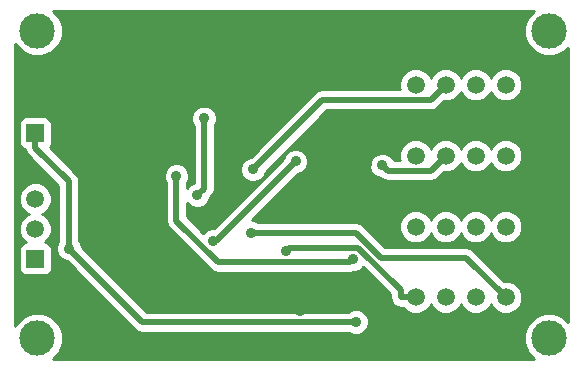
<source format=gbl>
%FSLAX46Y46*%
G04 Gerber Fmt 4.6, Leading zero omitted, Abs format (unit mm)*
G04 Created by KiCad (PCBNEW (2014-09-22 BZR 5144)-product) date 10/3/2014 22:36:59*
%MOMM*%
G01*
G04 APERTURE LIST*
%ADD10C,0.100000*%
%ADD11R,1.520000X1.520000*%
%ADD12O,1.520000X1.520000*%
%ADD13C,1.520000*%
%ADD14C,3.000000*%
%ADD15C,0.889000*%
%ADD16C,0.508000*%
%ADD17C,0.254000*%
G04 APERTURE END LIST*
D10*
D11*
X162000000Y-100070000D03*
D12*
X162000000Y-97530000D03*
D11*
X162000000Y-110740000D03*
D13*
X162000000Y-108200000D03*
X162000000Y-105660000D03*
X194190000Y-96000000D03*
X196730000Y-96000000D03*
X199270000Y-96000000D03*
X201810000Y-96000000D03*
X194190000Y-102000000D03*
X196730000Y-102000000D03*
X199270000Y-102000000D03*
X201810000Y-102000000D03*
X194190000Y-108000000D03*
X196730000Y-108000000D03*
X199270000Y-108000000D03*
X201810000Y-108000000D03*
X194190000Y-114000000D03*
X196730000Y-114000000D03*
X199270000Y-114000000D03*
X201810000Y-114000000D03*
D14*
X205486000Y-91440000D03*
X162179000Y-91440000D03*
X162179000Y-117475000D03*
X205486000Y-117475000D03*
D15*
X184382700Y-115147300D03*
X172871300Y-110406600D03*
X164831800Y-109867900D03*
X189148500Y-116071200D03*
X177065400Y-109206200D03*
X184027100Y-102491200D03*
X175725600Y-105345900D03*
X176284400Y-98831700D03*
X173948900Y-103739000D03*
X188927400Y-110727400D03*
X180408700Y-103169700D03*
X191370400Y-102815700D03*
X183192000Y-110034000D03*
X180259700Y-108523600D03*
D16*
X172871300Y-110406600D02*
X177612000Y-115147300D01*
X177612000Y-115147300D02*
X184382700Y-115147300D01*
X172871300Y-108401300D02*
X172871300Y-110406600D01*
X162000000Y-97530000D02*
X172871300Y-108401300D01*
X162000000Y-100070000D02*
X162000000Y-101340300D01*
X162000000Y-101340300D02*
X164831800Y-104172100D01*
X164831800Y-104172100D02*
X164831800Y-109867900D01*
X164831800Y-109867900D02*
X171064000Y-116100100D01*
X171064000Y-116100100D02*
X189119600Y-116100100D01*
X189119600Y-116100100D02*
X189148500Y-116071200D01*
X184027100Y-102491200D02*
X177312100Y-109206200D01*
X177312100Y-109206200D02*
X177065400Y-109206200D01*
X176284400Y-98831700D02*
X176284400Y-104787100D01*
X176284400Y-104787100D02*
X175725600Y-105345900D01*
X188927400Y-110727400D02*
X188650200Y-111004600D01*
X188650200Y-111004600D02*
X177441100Y-111004600D01*
X177441100Y-111004600D02*
X173948900Y-107512400D01*
X173948900Y-107512400D02*
X173948900Y-103739000D01*
X180408700Y-103169700D02*
X186308000Y-97270400D01*
X186308000Y-97270400D02*
X195459600Y-97270400D01*
X195459600Y-97270400D02*
X196730000Y-96000000D01*
X191370400Y-102815700D02*
X191825100Y-103270400D01*
X191825100Y-103270400D02*
X195459600Y-103270400D01*
X195459600Y-103270400D02*
X196730000Y-102000000D01*
X192919700Y-114000000D02*
X192919700Y-113372200D01*
X192919700Y-113372200D02*
X189322100Y-109774600D01*
X189322100Y-109774600D02*
X183451400Y-109774600D01*
X183451400Y-109774600D02*
X183192000Y-110034000D01*
X194190000Y-114000000D02*
X192919700Y-114000000D01*
X189149100Y-108523600D02*
X180259700Y-108523600D01*
X191270100Y-110644600D02*
X189149100Y-108523600D01*
X198454600Y-110644600D02*
X191270100Y-110644600D01*
X201810000Y-114000000D02*
X198454600Y-110644600D01*
D17*
G36*
X207090000Y-116059818D02*
X206696959Y-115666091D01*
X205912541Y-115340372D01*
X205063185Y-115339630D01*
X204278200Y-115663980D01*
X203677091Y-116264041D01*
X203351372Y-117048459D01*
X203350630Y-117897815D01*
X203674980Y-118682800D01*
X204181295Y-119190000D01*
X203205242Y-119190000D01*
X203205242Y-113723735D01*
X203205242Y-107723735D01*
X203205242Y-101723735D01*
X203205242Y-95723735D01*
X202993313Y-95210828D01*
X202601236Y-94818066D01*
X202088700Y-94605242D01*
X201533735Y-94604758D01*
X201020828Y-94816687D01*
X200628066Y-95208764D01*
X200540046Y-95420738D01*
X200453313Y-95210828D01*
X200061236Y-94818066D01*
X199548700Y-94605242D01*
X198993735Y-94604758D01*
X198480828Y-94816687D01*
X198088066Y-95208764D01*
X198000046Y-95420738D01*
X197913313Y-95210828D01*
X197521236Y-94818066D01*
X197008700Y-94605242D01*
X196453735Y-94604758D01*
X195940828Y-94816687D01*
X195548066Y-95208764D01*
X195460046Y-95420738D01*
X195373313Y-95210828D01*
X194981236Y-94818066D01*
X194468700Y-94605242D01*
X193913735Y-94604758D01*
X193400828Y-94816687D01*
X193008066Y-95208764D01*
X192795242Y-95721300D01*
X192794758Y-96276265D01*
X192838198Y-96381400D01*
X186308000Y-96381400D01*
X185967794Y-96449071D01*
X185679382Y-96641782D01*
X180231119Y-102090044D01*
X180194916Y-102090013D01*
X179798011Y-102254011D01*
X179494078Y-102557414D01*
X179329387Y-102954032D01*
X179329013Y-103383484D01*
X179493011Y-103780389D01*
X179796414Y-104084322D01*
X180193032Y-104249013D01*
X180622484Y-104249387D01*
X181019389Y-104085389D01*
X181323322Y-103781986D01*
X181488013Y-103385368D01*
X181488045Y-103347590D01*
X186676236Y-98159400D01*
X195459600Y-98159400D01*
X195799805Y-98091729D01*
X195799806Y-98091729D01*
X196088218Y-97899018D01*
X196592354Y-97394881D01*
X197006265Y-97395242D01*
X197519172Y-97183313D01*
X197911934Y-96791236D01*
X197999953Y-96579261D01*
X198086687Y-96789172D01*
X198478764Y-97181934D01*
X198991300Y-97394758D01*
X199546265Y-97395242D01*
X200059172Y-97183313D01*
X200451934Y-96791236D01*
X200539953Y-96579261D01*
X200626687Y-96789172D01*
X201018764Y-97181934D01*
X201531300Y-97394758D01*
X202086265Y-97395242D01*
X202599172Y-97183313D01*
X202991934Y-96791236D01*
X203204758Y-96278700D01*
X203205242Y-95723735D01*
X203205242Y-101723735D01*
X202993313Y-101210828D01*
X202601236Y-100818066D01*
X202088700Y-100605242D01*
X201533735Y-100604758D01*
X201020828Y-100816687D01*
X200628066Y-101208764D01*
X200540046Y-101420738D01*
X200453313Y-101210828D01*
X200061236Y-100818066D01*
X199548700Y-100605242D01*
X198993735Y-100604758D01*
X198480828Y-100816687D01*
X198088066Y-101208764D01*
X198000046Y-101420738D01*
X197913313Y-101210828D01*
X197521236Y-100818066D01*
X197008700Y-100605242D01*
X196453735Y-100604758D01*
X195940828Y-100816687D01*
X195548066Y-101208764D01*
X195460046Y-101420738D01*
X195373313Y-101210828D01*
X194981236Y-100818066D01*
X194468700Y-100605242D01*
X193913735Y-100604758D01*
X193400828Y-100816687D01*
X193008066Y-101208764D01*
X192795242Y-101721300D01*
X192794758Y-102276265D01*
X192838198Y-102381400D01*
X192358971Y-102381400D01*
X192286089Y-102205011D01*
X191982686Y-101901078D01*
X191586068Y-101736387D01*
X191156616Y-101736013D01*
X190759711Y-101900011D01*
X190455778Y-102203414D01*
X190291087Y-102600032D01*
X190290713Y-103029484D01*
X190454711Y-103426389D01*
X190758114Y-103730322D01*
X191154732Y-103895013D01*
X191192509Y-103895045D01*
X191196482Y-103899018D01*
X191484894Y-104091729D01*
X191484895Y-104091729D01*
X191825100Y-104159400D01*
X195459600Y-104159400D01*
X195799805Y-104091729D01*
X195799806Y-104091729D01*
X196088218Y-103899018D01*
X196592354Y-103394881D01*
X197006265Y-103395242D01*
X197519172Y-103183313D01*
X197911934Y-102791236D01*
X197999953Y-102579261D01*
X198086687Y-102789172D01*
X198478764Y-103181934D01*
X198991300Y-103394758D01*
X199546265Y-103395242D01*
X200059172Y-103183313D01*
X200451934Y-102791236D01*
X200539953Y-102579261D01*
X200626687Y-102789172D01*
X201018764Y-103181934D01*
X201531300Y-103394758D01*
X202086265Y-103395242D01*
X202599172Y-103183313D01*
X202991934Y-102791236D01*
X203204758Y-102278700D01*
X203205242Y-101723735D01*
X203205242Y-107723735D01*
X202993313Y-107210828D01*
X202601236Y-106818066D01*
X202088700Y-106605242D01*
X201533735Y-106604758D01*
X201020828Y-106816687D01*
X200628066Y-107208764D01*
X200540046Y-107420738D01*
X200453313Y-107210828D01*
X200061236Y-106818066D01*
X199548700Y-106605242D01*
X198993735Y-106604758D01*
X198480828Y-106816687D01*
X198088066Y-107208764D01*
X198000046Y-107420738D01*
X197913313Y-107210828D01*
X197521236Y-106818066D01*
X197008700Y-106605242D01*
X196453735Y-106604758D01*
X195940828Y-106816687D01*
X195548066Y-107208764D01*
X195460046Y-107420738D01*
X195373313Y-107210828D01*
X194981236Y-106818066D01*
X194468700Y-106605242D01*
X193913735Y-106604758D01*
X193400828Y-106816687D01*
X193008066Y-107208764D01*
X192795242Y-107721300D01*
X192794758Y-108276265D01*
X193006687Y-108789172D01*
X193398764Y-109181934D01*
X193911300Y-109394758D01*
X194466265Y-109395242D01*
X194979172Y-109183313D01*
X195371934Y-108791236D01*
X195459953Y-108579261D01*
X195546687Y-108789172D01*
X195938764Y-109181934D01*
X196451300Y-109394758D01*
X197006265Y-109395242D01*
X197519172Y-109183313D01*
X197911934Y-108791236D01*
X197999953Y-108579261D01*
X198086687Y-108789172D01*
X198478764Y-109181934D01*
X198991300Y-109394758D01*
X199546265Y-109395242D01*
X200059172Y-109183313D01*
X200451934Y-108791236D01*
X200539953Y-108579261D01*
X200626687Y-108789172D01*
X201018764Y-109181934D01*
X201531300Y-109394758D01*
X202086265Y-109395242D01*
X202599172Y-109183313D01*
X202991934Y-108791236D01*
X203204758Y-108278700D01*
X203205242Y-107723735D01*
X203205242Y-113723735D01*
X202993313Y-113210828D01*
X202601236Y-112818066D01*
X202088700Y-112605242D01*
X201672114Y-112604878D01*
X199083218Y-110015982D01*
X198794806Y-109823271D01*
X198454600Y-109755600D01*
X191638336Y-109755600D01*
X189777718Y-107894982D01*
X189489306Y-107702271D01*
X189149100Y-107634600D01*
X180897563Y-107634600D01*
X180871986Y-107608978D01*
X180475368Y-107444287D01*
X180331374Y-107444161D01*
X184204680Y-103570855D01*
X184240884Y-103570887D01*
X184637789Y-103406889D01*
X184941722Y-103103486D01*
X185106413Y-102706868D01*
X185106787Y-102277416D01*
X184942789Y-101880511D01*
X184639386Y-101576578D01*
X184242768Y-101411887D01*
X183813316Y-101411513D01*
X183416411Y-101575511D01*
X183112478Y-101878914D01*
X182947787Y-102275532D01*
X182947754Y-102313309D01*
X177134304Y-108126759D01*
X176851616Y-108126513D01*
X176454711Y-108290511D01*
X176219273Y-108525537D01*
X174837900Y-107144164D01*
X174837900Y-105984626D01*
X175113314Y-106260522D01*
X175509932Y-106425213D01*
X175939384Y-106425587D01*
X176336289Y-106261589D01*
X176640222Y-105958186D01*
X176804913Y-105561568D01*
X176804945Y-105523790D01*
X176913018Y-105415718D01*
X177105729Y-105127306D01*
X177105730Y-105127305D01*
X177173400Y-104787100D01*
X177173400Y-99469563D01*
X177199022Y-99443986D01*
X177363713Y-99047368D01*
X177364087Y-98617916D01*
X177200089Y-98221011D01*
X176896686Y-97917078D01*
X176500068Y-97752387D01*
X176070616Y-97752013D01*
X175673711Y-97916011D01*
X175369778Y-98219414D01*
X175205087Y-98616032D01*
X175204713Y-99045484D01*
X175368711Y-99442389D01*
X175395400Y-99469124D01*
X175395400Y-104314315D01*
X175114911Y-104430211D01*
X174837900Y-104706738D01*
X174837900Y-104376863D01*
X174863522Y-104351286D01*
X175028213Y-103954668D01*
X175028587Y-103525216D01*
X174864589Y-103128311D01*
X174561186Y-102824378D01*
X174164568Y-102659687D01*
X173735116Y-102659313D01*
X173338211Y-102823311D01*
X173034278Y-103126714D01*
X172869587Y-103523332D01*
X172869213Y-103952784D01*
X173033211Y-104349689D01*
X173059900Y-104376424D01*
X173059900Y-107512400D01*
X173127571Y-107852606D01*
X173320282Y-108141018D01*
X176812482Y-111633218D01*
X177100894Y-111825929D01*
X177100895Y-111825930D01*
X177441100Y-111893600D01*
X188650200Y-111893600D01*
X188990405Y-111825929D01*
X188990406Y-111825929D01*
X189018763Y-111806980D01*
X189018764Y-111806980D01*
X189141184Y-111807087D01*
X189538089Y-111643089D01*
X189735893Y-111445629D01*
X192030700Y-113740436D01*
X192030700Y-114000000D01*
X192098371Y-114340206D01*
X192291082Y-114628618D01*
X192579494Y-114821329D01*
X192919700Y-114889000D01*
X193106340Y-114889000D01*
X193398764Y-115181934D01*
X193911300Y-115394758D01*
X194466265Y-115395242D01*
X194979172Y-115183313D01*
X195371934Y-114791236D01*
X195459953Y-114579261D01*
X195546687Y-114789172D01*
X195938764Y-115181934D01*
X196451300Y-115394758D01*
X197006265Y-115395242D01*
X197519172Y-115183313D01*
X197911934Y-114791236D01*
X197999953Y-114579261D01*
X198086687Y-114789172D01*
X198478764Y-115181934D01*
X198991300Y-115394758D01*
X199546265Y-115395242D01*
X200059172Y-115183313D01*
X200451934Y-114791236D01*
X200539953Y-114579261D01*
X200626687Y-114789172D01*
X201018764Y-115181934D01*
X201531300Y-115394758D01*
X202086265Y-115395242D01*
X202599172Y-115183313D01*
X202991934Y-114791236D01*
X203204758Y-114278700D01*
X203205242Y-113723735D01*
X203205242Y-119190000D01*
X190228187Y-119190000D01*
X190228187Y-115857416D01*
X190064189Y-115460511D01*
X189760786Y-115156578D01*
X189364168Y-114991887D01*
X188934716Y-114991513D01*
X188537811Y-115155511D01*
X188482124Y-115211100D01*
X171432236Y-115211100D01*
X165911455Y-109690319D01*
X165911487Y-109654116D01*
X165747489Y-109257211D01*
X165720800Y-109230475D01*
X165720800Y-104172100D01*
X165653129Y-103831895D01*
X165653129Y-103831894D01*
X165460418Y-103543482D01*
X163202480Y-101285544D01*
X163298327Y-101189699D01*
X163395000Y-100956310D01*
X163395000Y-100703691D01*
X163395000Y-99183691D01*
X163298327Y-98950302D01*
X163119699Y-98771673D01*
X162886310Y-98675000D01*
X162633691Y-98675000D01*
X161113691Y-98675000D01*
X160880302Y-98771673D01*
X160701673Y-98950301D01*
X160605000Y-99183690D01*
X160605000Y-99436309D01*
X160605000Y-100956309D01*
X160701673Y-101189698D01*
X160880301Y-101368327D01*
X161113690Y-101465000D01*
X161135804Y-101465000D01*
X161178671Y-101680506D01*
X161371382Y-101968918D01*
X163942800Y-104540336D01*
X163942800Y-109230036D01*
X163917178Y-109255614D01*
X163752487Y-109652232D01*
X163752113Y-110081684D01*
X163916111Y-110478589D01*
X164219514Y-110782522D01*
X164616132Y-110947213D01*
X164653909Y-110947245D01*
X170435382Y-116728718D01*
X170723794Y-116921429D01*
X170723795Y-116921429D01*
X171064000Y-116989100D01*
X188544108Y-116989100D01*
X188932832Y-117150513D01*
X189362284Y-117150887D01*
X189759189Y-116986889D01*
X190063122Y-116683486D01*
X190227813Y-116286868D01*
X190228187Y-115857416D01*
X190228187Y-119190000D01*
X163482987Y-119190000D01*
X163987909Y-118685959D01*
X164313628Y-117901541D01*
X164314370Y-117052185D01*
X163990020Y-116267200D01*
X163395242Y-115671383D01*
X163395242Y-107923735D01*
X163183313Y-107410828D01*
X162791236Y-107018066D01*
X162579261Y-106930046D01*
X162789172Y-106843313D01*
X163181934Y-106451236D01*
X163394758Y-105938700D01*
X163395242Y-105383735D01*
X163183313Y-104870828D01*
X162791236Y-104478066D01*
X162278700Y-104265242D01*
X161723735Y-104264758D01*
X161210828Y-104476687D01*
X160818066Y-104868764D01*
X160605242Y-105381300D01*
X160604758Y-105936265D01*
X160816687Y-106449172D01*
X161208764Y-106841934D01*
X161420738Y-106929953D01*
X161210828Y-107016687D01*
X160818066Y-107408764D01*
X160605242Y-107921300D01*
X160604758Y-108476265D01*
X160816687Y-108989172D01*
X161171894Y-109345000D01*
X161113691Y-109345000D01*
X160880302Y-109441673D01*
X160701673Y-109620301D01*
X160605000Y-109853690D01*
X160605000Y-110106309D01*
X160605000Y-111626309D01*
X160701673Y-111859698D01*
X160880301Y-112038327D01*
X161113690Y-112135000D01*
X161366309Y-112135000D01*
X162886309Y-112135000D01*
X163119698Y-112038327D01*
X163298327Y-111859699D01*
X163395000Y-111626310D01*
X163395000Y-111373691D01*
X163395000Y-109853691D01*
X163298327Y-109620302D01*
X163119699Y-109441673D01*
X162886310Y-109345000D01*
X162827551Y-109345000D01*
X163181934Y-108991236D01*
X163394758Y-108478700D01*
X163395242Y-107923735D01*
X163395242Y-115671383D01*
X163389959Y-115666091D01*
X162605541Y-115340372D01*
X161756185Y-115339630D01*
X160971200Y-115663980D01*
X160370091Y-116264041D01*
X160310000Y-116408756D01*
X160310000Y-92507478D01*
X160367980Y-92647800D01*
X160968041Y-93248909D01*
X161752459Y-93574628D01*
X162601815Y-93575370D01*
X163386800Y-93251020D01*
X163987909Y-92650959D01*
X164313628Y-91866541D01*
X164314370Y-91017185D01*
X163990020Y-90232200D01*
X163468730Y-89710000D01*
X204197038Y-89710000D01*
X203677091Y-90229041D01*
X203351372Y-91013459D01*
X203350630Y-91862815D01*
X203674980Y-92647800D01*
X204275041Y-93248909D01*
X205059459Y-93574628D01*
X205908815Y-93575370D01*
X206693800Y-93251020D01*
X207090000Y-92855510D01*
X207090000Y-116059818D01*
X207090000Y-116059818D01*
G37*
X207090000Y-116059818D02*
X206696959Y-115666091D01*
X205912541Y-115340372D01*
X205063185Y-115339630D01*
X204278200Y-115663980D01*
X203677091Y-116264041D01*
X203351372Y-117048459D01*
X203350630Y-117897815D01*
X203674980Y-118682800D01*
X204181295Y-119190000D01*
X203205242Y-119190000D01*
X203205242Y-113723735D01*
X203205242Y-107723735D01*
X203205242Y-101723735D01*
X203205242Y-95723735D01*
X202993313Y-95210828D01*
X202601236Y-94818066D01*
X202088700Y-94605242D01*
X201533735Y-94604758D01*
X201020828Y-94816687D01*
X200628066Y-95208764D01*
X200540046Y-95420738D01*
X200453313Y-95210828D01*
X200061236Y-94818066D01*
X199548700Y-94605242D01*
X198993735Y-94604758D01*
X198480828Y-94816687D01*
X198088066Y-95208764D01*
X198000046Y-95420738D01*
X197913313Y-95210828D01*
X197521236Y-94818066D01*
X197008700Y-94605242D01*
X196453735Y-94604758D01*
X195940828Y-94816687D01*
X195548066Y-95208764D01*
X195460046Y-95420738D01*
X195373313Y-95210828D01*
X194981236Y-94818066D01*
X194468700Y-94605242D01*
X193913735Y-94604758D01*
X193400828Y-94816687D01*
X193008066Y-95208764D01*
X192795242Y-95721300D01*
X192794758Y-96276265D01*
X192838198Y-96381400D01*
X186308000Y-96381400D01*
X185967794Y-96449071D01*
X185679382Y-96641782D01*
X180231119Y-102090044D01*
X180194916Y-102090013D01*
X179798011Y-102254011D01*
X179494078Y-102557414D01*
X179329387Y-102954032D01*
X179329013Y-103383484D01*
X179493011Y-103780389D01*
X179796414Y-104084322D01*
X180193032Y-104249013D01*
X180622484Y-104249387D01*
X181019389Y-104085389D01*
X181323322Y-103781986D01*
X181488013Y-103385368D01*
X181488045Y-103347590D01*
X186676236Y-98159400D01*
X195459600Y-98159400D01*
X195799805Y-98091729D01*
X195799806Y-98091729D01*
X196088218Y-97899018D01*
X196592354Y-97394881D01*
X197006265Y-97395242D01*
X197519172Y-97183313D01*
X197911934Y-96791236D01*
X197999953Y-96579261D01*
X198086687Y-96789172D01*
X198478764Y-97181934D01*
X198991300Y-97394758D01*
X199546265Y-97395242D01*
X200059172Y-97183313D01*
X200451934Y-96791236D01*
X200539953Y-96579261D01*
X200626687Y-96789172D01*
X201018764Y-97181934D01*
X201531300Y-97394758D01*
X202086265Y-97395242D01*
X202599172Y-97183313D01*
X202991934Y-96791236D01*
X203204758Y-96278700D01*
X203205242Y-95723735D01*
X203205242Y-101723735D01*
X202993313Y-101210828D01*
X202601236Y-100818066D01*
X202088700Y-100605242D01*
X201533735Y-100604758D01*
X201020828Y-100816687D01*
X200628066Y-101208764D01*
X200540046Y-101420738D01*
X200453313Y-101210828D01*
X200061236Y-100818066D01*
X199548700Y-100605242D01*
X198993735Y-100604758D01*
X198480828Y-100816687D01*
X198088066Y-101208764D01*
X198000046Y-101420738D01*
X197913313Y-101210828D01*
X197521236Y-100818066D01*
X197008700Y-100605242D01*
X196453735Y-100604758D01*
X195940828Y-100816687D01*
X195548066Y-101208764D01*
X195460046Y-101420738D01*
X195373313Y-101210828D01*
X194981236Y-100818066D01*
X194468700Y-100605242D01*
X193913735Y-100604758D01*
X193400828Y-100816687D01*
X193008066Y-101208764D01*
X192795242Y-101721300D01*
X192794758Y-102276265D01*
X192838198Y-102381400D01*
X192358971Y-102381400D01*
X192286089Y-102205011D01*
X191982686Y-101901078D01*
X191586068Y-101736387D01*
X191156616Y-101736013D01*
X190759711Y-101900011D01*
X190455778Y-102203414D01*
X190291087Y-102600032D01*
X190290713Y-103029484D01*
X190454711Y-103426389D01*
X190758114Y-103730322D01*
X191154732Y-103895013D01*
X191192509Y-103895045D01*
X191196482Y-103899018D01*
X191484894Y-104091729D01*
X191484895Y-104091729D01*
X191825100Y-104159400D01*
X195459600Y-104159400D01*
X195799805Y-104091729D01*
X195799806Y-104091729D01*
X196088218Y-103899018D01*
X196592354Y-103394881D01*
X197006265Y-103395242D01*
X197519172Y-103183313D01*
X197911934Y-102791236D01*
X197999953Y-102579261D01*
X198086687Y-102789172D01*
X198478764Y-103181934D01*
X198991300Y-103394758D01*
X199546265Y-103395242D01*
X200059172Y-103183313D01*
X200451934Y-102791236D01*
X200539953Y-102579261D01*
X200626687Y-102789172D01*
X201018764Y-103181934D01*
X201531300Y-103394758D01*
X202086265Y-103395242D01*
X202599172Y-103183313D01*
X202991934Y-102791236D01*
X203204758Y-102278700D01*
X203205242Y-101723735D01*
X203205242Y-107723735D01*
X202993313Y-107210828D01*
X202601236Y-106818066D01*
X202088700Y-106605242D01*
X201533735Y-106604758D01*
X201020828Y-106816687D01*
X200628066Y-107208764D01*
X200540046Y-107420738D01*
X200453313Y-107210828D01*
X200061236Y-106818066D01*
X199548700Y-106605242D01*
X198993735Y-106604758D01*
X198480828Y-106816687D01*
X198088066Y-107208764D01*
X198000046Y-107420738D01*
X197913313Y-107210828D01*
X197521236Y-106818066D01*
X197008700Y-106605242D01*
X196453735Y-106604758D01*
X195940828Y-106816687D01*
X195548066Y-107208764D01*
X195460046Y-107420738D01*
X195373313Y-107210828D01*
X194981236Y-106818066D01*
X194468700Y-106605242D01*
X193913735Y-106604758D01*
X193400828Y-106816687D01*
X193008066Y-107208764D01*
X192795242Y-107721300D01*
X192794758Y-108276265D01*
X193006687Y-108789172D01*
X193398764Y-109181934D01*
X193911300Y-109394758D01*
X194466265Y-109395242D01*
X194979172Y-109183313D01*
X195371934Y-108791236D01*
X195459953Y-108579261D01*
X195546687Y-108789172D01*
X195938764Y-109181934D01*
X196451300Y-109394758D01*
X197006265Y-109395242D01*
X197519172Y-109183313D01*
X197911934Y-108791236D01*
X197999953Y-108579261D01*
X198086687Y-108789172D01*
X198478764Y-109181934D01*
X198991300Y-109394758D01*
X199546265Y-109395242D01*
X200059172Y-109183313D01*
X200451934Y-108791236D01*
X200539953Y-108579261D01*
X200626687Y-108789172D01*
X201018764Y-109181934D01*
X201531300Y-109394758D01*
X202086265Y-109395242D01*
X202599172Y-109183313D01*
X202991934Y-108791236D01*
X203204758Y-108278700D01*
X203205242Y-107723735D01*
X203205242Y-113723735D01*
X202993313Y-113210828D01*
X202601236Y-112818066D01*
X202088700Y-112605242D01*
X201672114Y-112604878D01*
X199083218Y-110015982D01*
X198794806Y-109823271D01*
X198454600Y-109755600D01*
X191638336Y-109755600D01*
X189777718Y-107894982D01*
X189489306Y-107702271D01*
X189149100Y-107634600D01*
X180897563Y-107634600D01*
X180871986Y-107608978D01*
X180475368Y-107444287D01*
X180331374Y-107444161D01*
X184204680Y-103570855D01*
X184240884Y-103570887D01*
X184637789Y-103406889D01*
X184941722Y-103103486D01*
X185106413Y-102706868D01*
X185106787Y-102277416D01*
X184942789Y-101880511D01*
X184639386Y-101576578D01*
X184242768Y-101411887D01*
X183813316Y-101411513D01*
X183416411Y-101575511D01*
X183112478Y-101878914D01*
X182947787Y-102275532D01*
X182947754Y-102313309D01*
X177134304Y-108126759D01*
X176851616Y-108126513D01*
X176454711Y-108290511D01*
X176219273Y-108525537D01*
X174837900Y-107144164D01*
X174837900Y-105984626D01*
X175113314Y-106260522D01*
X175509932Y-106425213D01*
X175939384Y-106425587D01*
X176336289Y-106261589D01*
X176640222Y-105958186D01*
X176804913Y-105561568D01*
X176804945Y-105523790D01*
X176913018Y-105415718D01*
X177105729Y-105127306D01*
X177105730Y-105127305D01*
X177173400Y-104787100D01*
X177173400Y-99469563D01*
X177199022Y-99443986D01*
X177363713Y-99047368D01*
X177364087Y-98617916D01*
X177200089Y-98221011D01*
X176896686Y-97917078D01*
X176500068Y-97752387D01*
X176070616Y-97752013D01*
X175673711Y-97916011D01*
X175369778Y-98219414D01*
X175205087Y-98616032D01*
X175204713Y-99045484D01*
X175368711Y-99442389D01*
X175395400Y-99469124D01*
X175395400Y-104314315D01*
X175114911Y-104430211D01*
X174837900Y-104706738D01*
X174837900Y-104376863D01*
X174863522Y-104351286D01*
X175028213Y-103954668D01*
X175028587Y-103525216D01*
X174864589Y-103128311D01*
X174561186Y-102824378D01*
X174164568Y-102659687D01*
X173735116Y-102659313D01*
X173338211Y-102823311D01*
X173034278Y-103126714D01*
X172869587Y-103523332D01*
X172869213Y-103952784D01*
X173033211Y-104349689D01*
X173059900Y-104376424D01*
X173059900Y-107512400D01*
X173127571Y-107852606D01*
X173320282Y-108141018D01*
X176812482Y-111633218D01*
X177100894Y-111825929D01*
X177100895Y-111825930D01*
X177441100Y-111893600D01*
X188650200Y-111893600D01*
X188990405Y-111825929D01*
X188990406Y-111825929D01*
X189018763Y-111806980D01*
X189018764Y-111806980D01*
X189141184Y-111807087D01*
X189538089Y-111643089D01*
X189735893Y-111445629D01*
X192030700Y-113740436D01*
X192030700Y-114000000D01*
X192098371Y-114340206D01*
X192291082Y-114628618D01*
X192579494Y-114821329D01*
X192919700Y-114889000D01*
X193106340Y-114889000D01*
X193398764Y-115181934D01*
X193911300Y-115394758D01*
X194466265Y-115395242D01*
X194979172Y-115183313D01*
X195371934Y-114791236D01*
X195459953Y-114579261D01*
X195546687Y-114789172D01*
X195938764Y-115181934D01*
X196451300Y-115394758D01*
X197006265Y-115395242D01*
X197519172Y-115183313D01*
X197911934Y-114791236D01*
X197999953Y-114579261D01*
X198086687Y-114789172D01*
X198478764Y-115181934D01*
X198991300Y-115394758D01*
X199546265Y-115395242D01*
X200059172Y-115183313D01*
X200451934Y-114791236D01*
X200539953Y-114579261D01*
X200626687Y-114789172D01*
X201018764Y-115181934D01*
X201531300Y-115394758D01*
X202086265Y-115395242D01*
X202599172Y-115183313D01*
X202991934Y-114791236D01*
X203204758Y-114278700D01*
X203205242Y-113723735D01*
X203205242Y-119190000D01*
X190228187Y-119190000D01*
X190228187Y-115857416D01*
X190064189Y-115460511D01*
X189760786Y-115156578D01*
X189364168Y-114991887D01*
X188934716Y-114991513D01*
X188537811Y-115155511D01*
X188482124Y-115211100D01*
X171432236Y-115211100D01*
X165911455Y-109690319D01*
X165911487Y-109654116D01*
X165747489Y-109257211D01*
X165720800Y-109230475D01*
X165720800Y-104172100D01*
X165653129Y-103831895D01*
X165653129Y-103831894D01*
X165460418Y-103543482D01*
X163202480Y-101285544D01*
X163298327Y-101189699D01*
X163395000Y-100956310D01*
X163395000Y-100703691D01*
X163395000Y-99183691D01*
X163298327Y-98950302D01*
X163119699Y-98771673D01*
X162886310Y-98675000D01*
X162633691Y-98675000D01*
X161113691Y-98675000D01*
X160880302Y-98771673D01*
X160701673Y-98950301D01*
X160605000Y-99183690D01*
X160605000Y-99436309D01*
X160605000Y-100956309D01*
X160701673Y-101189698D01*
X160880301Y-101368327D01*
X161113690Y-101465000D01*
X161135804Y-101465000D01*
X161178671Y-101680506D01*
X161371382Y-101968918D01*
X163942800Y-104540336D01*
X163942800Y-109230036D01*
X163917178Y-109255614D01*
X163752487Y-109652232D01*
X163752113Y-110081684D01*
X163916111Y-110478589D01*
X164219514Y-110782522D01*
X164616132Y-110947213D01*
X164653909Y-110947245D01*
X170435382Y-116728718D01*
X170723794Y-116921429D01*
X170723795Y-116921429D01*
X171064000Y-116989100D01*
X188544108Y-116989100D01*
X188932832Y-117150513D01*
X189362284Y-117150887D01*
X189759189Y-116986889D01*
X190063122Y-116683486D01*
X190227813Y-116286868D01*
X190228187Y-115857416D01*
X190228187Y-119190000D01*
X163482987Y-119190000D01*
X163987909Y-118685959D01*
X164313628Y-117901541D01*
X164314370Y-117052185D01*
X163990020Y-116267200D01*
X163395242Y-115671383D01*
X163395242Y-107923735D01*
X163183313Y-107410828D01*
X162791236Y-107018066D01*
X162579261Y-106930046D01*
X162789172Y-106843313D01*
X163181934Y-106451236D01*
X163394758Y-105938700D01*
X163395242Y-105383735D01*
X163183313Y-104870828D01*
X162791236Y-104478066D01*
X162278700Y-104265242D01*
X161723735Y-104264758D01*
X161210828Y-104476687D01*
X160818066Y-104868764D01*
X160605242Y-105381300D01*
X160604758Y-105936265D01*
X160816687Y-106449172D01*
X161208764Y-106841934D01*
X161420738Y-106929953D01*
X161210828Y-107016687D01*
X160818066Y-107408764D01*
X160605242Y-107921300D01*
X160604758Y-108476265D01*
X160816687Y-108989172D01*
X161171894Y-109345000D01*
X161113691Y-109345000D01*
X160880302Y-109441673D01*
X160701673Y-109620301D01*
X160605000Y-109853690D01*
X160605000Y-110106309D01*
X160605000Y-111626309D01*
X160701673Y-111859698D01*
X160880301Y-112038327D01*
X161113690Y-112135000D01*
X161366309Y-112135000D01*
X162886309Y-112135000D01*
X163119698Y-112038327D01*
X163298327Y-111859699D01*
X163395000Y-111626310D01*
X163395000Y-111373691D01*
X163395000Y-109853691D01*
X163298327Y-109620302D01*
X163119699Y-109441673D01*
X162886310Y-109345000D01*
X162827551Y-109345000D01*
X163181934Y-108991236D01*
X163394758Y-108478700D01*
X163395242Y-107923735D01*
X163395242Y-115671383D01*
X163389959Y-115666091D01*
X162605541Y-115340372D01*
X161756185Y-115339630D01*
X160971200Y-115663980D01*
X160370091Y-116264041D01*
X160310000Y-116408756D01*
X160310000Y-92507478D01*
X160367980Y-92647800D01*
X160968041Y-93248909D01*
X161752459Y-93574628D01*
X162601815Y-93575370D01*
X163386800Y-93251020D01*
X163987909Y-92650959D01*
X164313628Y-91866541D01*
X164314370Y-91017185D01*
X163990020Y-90232200D01*
X163468730Y-89710000D01*
X204197038Y-89710000D01*
X203677091Y-90229041D01*
X203351372Y-91013459D01*
X203350630Y-91862815D01*
X203674980Y-92647800D01*
X204275041Y-93248909D01*
X205059459Y-93574628D01*
X205908815Y-93575370D01*
X206693800Y-93251020D01*
X207090000Y-92855510D01*
X207090000Y-116059818D01*
M02*

</source>
